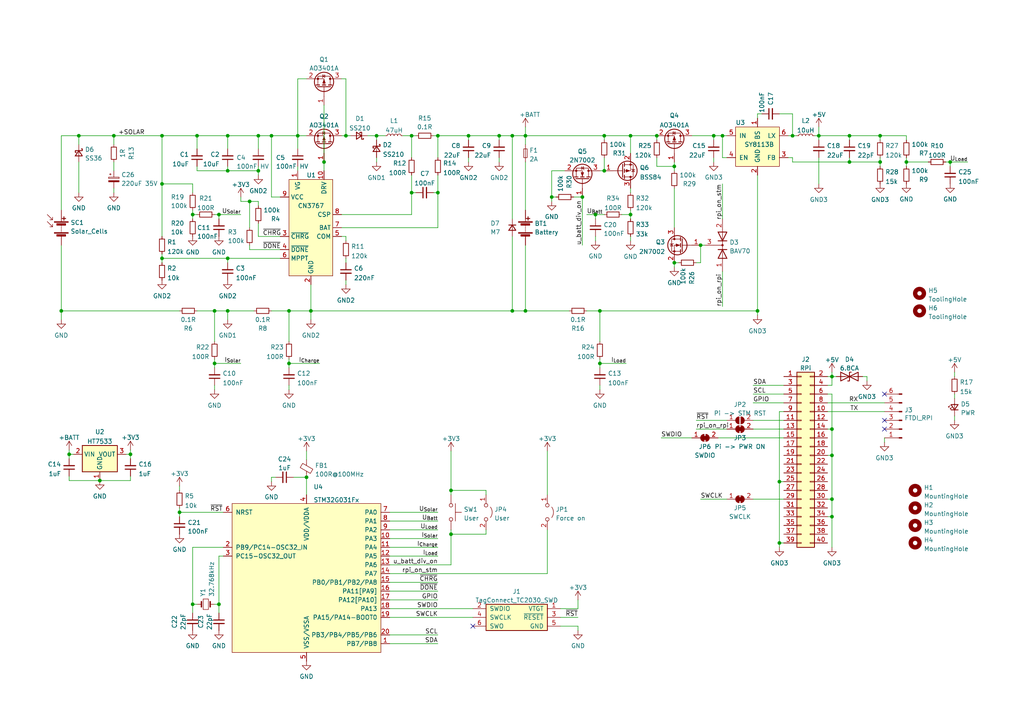
<source format=kicad_sch>
(kicad_sch (version 20211123) (generator eeschema)
  (paper "A4")
  (junction (at 175.26 39.37))
  (junction (at 172.72 62.23))
  (junction (at 182.88 62.23))
  (junction (at 46.99 74.93))
  (junction (at 168.91 57.15))
  (junction (at 90.17 90.17))
  (junction (at 173.99 105.41))
  (junction (at 255.27 46.99))
  (junction (at 152.4 39.37))
  (junction (at 52.07 148.59))
  (junction (at 246.38 46.99))
  (junction (at 37.8384 131.7627))
  (junction (at 83.82 90.17))
  (junction (at 226.06 139.7))
  (junction (at 72.39 58.42))
  (junction (at 152.4 90.17))
  (junction (at 66.04 39.37))
  (junction (at 262.89 46.99))
  (junction (at 93.98 46.99))
  (junction (at 241.3 124.46))
  (junction (at 135.89 39.37))
  (junction (at 148.59 39.37))
  (junction (at 119.38 39.37))
  (junction (at 66.04 90.17))
  (junction (at 237.49 39.37))
  (junction (at 83.82 105.41))
  (junction (at 20.0584 131.7627))
  (junction (at 55.88 62.23))
  (junction (at 63.5 175.26))
  (junction (at 127 39.37))
  (junction (at 241.3 144.78))
  (junction (at 195.58 48.26))
  (junction (at 22.86 39.37))
  (junction (at 88.9 138.43))
  (junction (at 209.55 39.37))
  (junction (at 144.78 39.37))
  (junction (at 46.99 39.37))
  (junction (at 62.23 105.41))
  (junction (at 190.5 39.37))
  (junction (at 226.06 157.48))
  (junction (at 100.33 39.37))
  (junction (at 148.59 90.17))
  (junction (at 46.99 53.34))
  (junction (at 207.01 39.37))
  (junction (at 62.23 90.17))
  (junction (at 127 55.88))
  (junction (at 195.58 76.2))
  (junction (at 119.38 55.88))
  (junction (at 66.04 49.53))
  (junction (at 74.93 39.37))
  (junction (at 241.3 109.22))
  (junction (at 175.26 49.53))
  (junction (at 78.74 39.37))
  (junction (at 33.02 39.37))
  (junction (at 74.93 49.53))
  (junction (at 246.38 39.37))
  (junction (at 203.2 71.12))
  (junction (at 28.9484 139.3827))
  (junction (at 255.27 39.37))
  (junction (at 130.81 154.94))
  (junction (at 173.99 90.17))
  (junction (at 109.22 39.37))
  (junction (at 160.02 57.15))
  (junction (at 229.87 39.37))
  (junction (at 241.3 132.08))
  (junction (at 66.04 74.93))
  (junction (at 86.36 39.37))
  (junction (at 55.88 175.26))
  (junction (at 219.71 90.17))
  (junction (at 17.78 90.17))
  (junction (at 182.88 39.37))
  (junction (at 63.5 62.23))
  (junction (at 130.81 142.24))
  (junction (at 275.59 46.99))
  (junction (at 241.3 149.86))
  (junction (at 57.15 39.37))
  (no_connect (at 256.54 121.92))
  (no_connect (at 256.54 124.46))
  (no_connect (at 256.54 114.3))
  (no_connect (at 137.16 181.61))
  (wire (pts (xy 55.88 62.23) (xy 57.15 62.23)))
  (wire (pts (xy 182.88 62.23) (xy 182.88 63.5)))
  (wire (pts (xy 116.84 39.37) (xy 119.38 39.37)))
  (wire (pts (xy 55.88 60.96) (xy 55.88 62.23)))
  (wire (pts (xy 78.74 139.7) (xy 78.74 138.43)))
  (wire (pts (xy 109.22 39.37) (xy 111.76 39.37)))
  (wire (pts (xy 46.99 73.66) (xy 46.99 74.93)))
  (wire (pts (xy 28.9484 139.3827) (xy 37.8384 139.3827)))
  (wire (pts (xy 66.04 49.53) (xy 57.15 49.53)))
  (wire (pts (xy 160.02 49.53) (xy 160.02 57.15)))
  (wire (pts (xy 74.93 68.58) (xy 81.28 68.58)))
  (wire (pts (xy 113.03 148.59) (xy 127 148.59)))
  (wire (pts (xy 175.26 39.37) (xy 175.26 40.64)))
  (wire (pts (xy 119.38 39.37) (xy 119.38 45.72)))
  (wire (pts (xy 218.44 144.78) (xy 227.33 144.78)))
  (wire (pts (xy 46.99 53.34) (xy 55.88 53.34)))
  (wire (pts (xy 119.38 39.37) (xy 120.65 39.37)))
  (wire (pts (xy 209.55 88.9) (xy 209.55 78.74)))
  (wire (pts (xy 207.01 39.37) (xy 207.01 40.64)))
  (wire (pts (xy 226.06 139.7) (xy 227.33 139.7)))
  (wire (pts (xy 182.88 39.37) (xy 190.5 39.37)))
  (wire (pts (xy 182.88 54.61) (xy 182.88 55.88)))
  (wire (pts (xy 240.03 116.84) (xy 256.54 116.84)))
  (wire (pts (xy 88.9 22.86) (xy 86.36 22.86)))
  (wire (pts (xy 55.88 53.34) (xy 55.88 55.88)))
  (wire (pts (xy 209.55 39.37) (xy 210.82 39.37)))
  (wire (pts (xy 182.88 44.45) (xy 182.88 39.37)))
  (wire (pts (xy 37.8384 133.0327) (xy 37.8384 131.7627)))
  (wire (pts (xy 255.27 46.99) (xy 246.38 46.99)))
  (wire (pts (xy 226.06 157.48) (xy 227.33 157.48)))
  (wire (pts (xy 251.46 110.49) (xy 251.46 109.22)))
  (wire (pts (xy 113.03 163.83) (xy 130.81 163.83)))
  (wire (pts (xy 52.07 148.59) (xy 64.77 148.59)))
  (wire (pts (xy 229.87 39.37) (xy 228.6 39.37)))
  (wire (pts (xy 127 50.8) (xy 127 55.88)))
  (wire (pts (xy 218.44 121.92) (xy 227.33 121.92)))
  (wire (pts (xy 78.74 39.37) (xy 78.74 57.15)))
  (wire (pts (xy 33.02 39.37) (xy 33.02 41.91)))
  (wire (pts (xy 219.71 33.02) (xy 219.71 34.29)))
  (wire (pts (xy 119.38 55.88) (xy 120.65 55.88)))
  (wire (pts (xy 237.49 39.37) (xy 237.49 40.64)))
  (wire (pts (xy 226.06 157.48) (xy 226.06 139.7)))
  (wire (pts (xy 166.37 57.15) (xy 168.91 57.15)))
  (wire (pts (xy 210.82 45.72) (xy 209.55 45.72)))
  (wire (pts (xy 86.36 39.37) (xy 88.9 39.37)))
  (wire (pts (xy 173.99 49.53) (xy 175.26 49.53)))
  (wire (pts (xy 255.27 39.37) (xy 262.89 39.37)))
  (wire (pts (xy 93.98 46.99) (xy 93.98 49.53)))
  (wire (pts (xy 170.18 62.23) (xy 172.72 62.23)))
  (wire (pts (xy 167.64 173.99) (xy 167.64 176.53)))
  (wire (pts (xy 63.5 62.23) (xy 69.85 62.23)))
  (wire (pts (xy 226.06 139.7) (xy 226.06 119.38)))
  (wire (pts (xy 168.91 57.15) (xy 168.91 71.12)))
  (wire (pts (xy 163.83 49.53) (xy 160.02 49.53)))
  (wire (pts (xy 69.85 57.15) (xy 69.85 58.42)))
  (wire (pts (xy 246.38 45.72) (xy 246.38 46.99)))
  (wire (pts (xy 152.4 71.12) (xy 152.4 90.17)))
  (wire (pts (xy 255.27 39.37) (xy 255.27 40.64)))
  (wire (pts (xy 66.04 39.37) (xy 74.93 39.37)))
  (wire (pts (xy 46.99 74.93) (xy 66.04 74.93)))
  (wire (pts (xy 144.78 39.37) (xy 148.59 39.37)))
  (wire (pts (xy 204.47 71.12) (xy 203.2 71.12)))
  (wire (pts (xy 219.71 50.8) (xy 219.71 90.17)))
  (wire (pts (xy 158.75 130.81) (xy 158.75 143.51)))
  (wire (pts (xy 57.15 49.53) (xy 57.15 48.26)))
  (wire (pts (xy 52.07 140.97) (xy 52.07 142.24)))
  (wire (pts (xy 113.03 186.69) (xy 127 186.69)))
  (wire (pts (xy 62.23 104.14) (xy 62.23 105.41)))
  (wire (pts (xy 241.3 111.76) (xy 240.03 111.76)))
  (wire (pts (xy 74.93 39.37) (xy 78.74 39.37)))
  (wire (pts (xy 33.02 39.37) (xy 46.99 39.37)))
  (wire (pts (xy 209.55 53.34) (xy 209.55 63.5)))
  (wire (pts (xy 170.18 90.17) (xy 173.99 90.17)))
  (wire (pts (xy 173.99 105.41) (xy 181.61 105.41)))
  (wire (pts (xy 218.44 111.76) (xy 227.33 111.76)))
  (wire (pts (xy 66.04 49.53) (xy 74.93 49.53)))
  (wire (pts (xy 22.86 46.99) (xy 22.86 55.88)))
  (wire (pts (xy 62.23 111.76) (xy 62.23 113.03)))
  (wire (pts (xy 148.59 90.17) (xy 152.4 90.17)))
  (wire (pts (xy 173.99 90.17) (xy 219.71 90.17)))
  (wire (pts (xy 86.36 48.26) (xy 86.36 49.53)))
  (wire (pts (xy 162.56 179.07) (xy 167.64 179.07)))
  (wire (pts (xy 113.03 161.29) (xy 127 161.29)))
  (wire (pts (xy 113.03 156.21) (xy 127 156.21)))
  (wire (pts (xy 100.33 74.93) (xy 100.33 76.2)))
  (wire (pts (xy 127 39.37) (xy 127 45.72)))
  (wire (pts (xy 100.33 81.28) (xy 100.33 82.55)))
  (wire (pts (xy 83.82 105.41) (xy 92.71 105.41)))
  (wire (pts (xy 62.23 105.41) (xy 62.23 106.68)))
  (wire (pts (xy 36.5684 131.7627) (xy 37.8384 131.7627)))
  (wire (pts (xy 229.87 39.37) (xy 231.14 39.37)))
  (wire (pts (xy 20.0584 130.4927) (xy 20.0584 131.7627)))
  (wire (pts (xy 209.55 45.72) (xy 209.55 39.37)))
  (wire (pts (xy 195.58 46.99) (xy 195.58 48.26)))
  (wire (pts (xy 88.9 138.43) (xy 88.9 143.51)))
  (wire (pts (xy 182.88 68.58) (xy 182.88 69.85)))
  (wire (pts (xy 275.59 48.26) (xy 275.59 46.99)))
  (wire (pts (xy 172.72 62.23) (xy 172.72 63.5)))
  (wire (pts (xy 275.59 46.99) (xy 274.32 46.99)))
  (wire (pts (xy 190.5 39.37) (xy 190.5 40.64)))
  (wire (pts (xy 57.15 43.18) (xy 57.15 39.37)))
  (wire (pts (xy 135.89 45.72) (xy 135.89 46.99)))
  (wire (pts (xy 160.02 57.15) (xy 161.29 57.15)))
  (wire (pts (xy 99.06 39.37) (xy 100.33 39.37)))
  (wire (pts (xy 74.93 48.26) (xy 74.93 49.53)))
  (wire (pts (xy 78.74 90.17) (xy 83.82 90.17)))
  (wire (pts (xy 130.81 154.94) (xy 130.81 163.83)))
  (wire (pts (xy 201.93 76.2) (xy 203.2 76.2)))
  (wire (pts (xy 240.03 109.22) (xy 241.3 109.22)))
  (wire (pts (xy 130.81 142.24) (xy 130.81 143.51)))
  (wire (pts (xy 62.23 90.17) (xy 66.04 90.17)))
  (wire (pts (xy 241.3 158.75) (xy 241.3 149.86)))
  (wire (pts (xy 62.23 62.23) (xy 63.5 62.23)))
  (wire (pts (xy 152.4 90.17) (xy 165.1 90.17)))
  (wire (pts (xy 64.77 158.75) (xy 55.88 158.75)))
  (wire (pts (xy 83.82 111.76) (xy 83.82 113.03)))
  (wire (pts (xy 62.23 105.41) (xy 69.85 105.41)))
  (wire (pts (xy 57.15 39.37) (xy 66.04 39.37)))
  (wire (pts (xy 246.38 39.37) (xy 246.38 40.64)))
  (wire (pts (xy 69.85 58.42) (xy 72.39 58.42)))
  (wire (pts (xy 152.4 39.37) (xy 175.26 39.37)))
  (wire (pts (xy 241.3 132.08) (xy 240.03 132.08)))
  (wire (pts (xy 229.87 45.72) (xy 228.6 45.72)))
  (wire (pts (xy 17.78 90.17) (xy 52.07 90.17)))
  (wire (pts (xy 90.17 90.17) (xy 83.82 90.17)))
  (wire (pts (xy 109.22 45.72) (xy 109.22 46.99)))
  (wire (pts (xy 152.4 36.83) (xy 152.4 39.37)))
  (wire (pts (xy 276.86 120.65) (xy 276.86 121.92)))
  (wire (pts (xy 218.44 114.3) (xy 227.33 114.3)))
  (wire (pts (xy 100.33 22.86) (xy 100.33 39.37)))
  (wire (pts (xy 66.04 74.93) (xy 81.28 74.93)))
  (wire (pts (xy 66.04 74.93) (xy 66.04 76.2)))
  (wire (pts (xy 20.0584 133.0327) (xy 20.0584 131.7627)))
  (wire (pts (xy 130.81 130.81) (xy 130.81 142.24)))
  (wire (pts (xy 167.64 182.88) (xy 167.64 181.61)))
  (wire (pts (xy 125.73 55.88) (xy 127 55.88)))
  (wire (pts (xy 144.78 39.37) (xy 144.78 40.64)))
  (wire (pts (xy 175.26 45.72) (xy 175.26 49.53)))
  (wire (pts (xy 241.3 132.08) (xy 241.3 124.46)))
  (wire (pts (xy 55.88 158.75) (xy 55.88 175.26)))
  (wire (pts (xy 127 39.37) (xy 125.73 39.37)))
  (wire (pts (xy 113.03 184.15) (xy 127 184.15)))
  (wire (pts (xy 46.99 53.34) (xy 46.99 68.58)))
  (wire (pts (xy 33.02 46.99) (xy 33.02 49.53)))
  (wire (pts (xy 241.3 144.78) (xy 241.3 132.08)))
  (wire (pts (xy 241.3 114.3) (xy 240.03 114.3)))
  (wire (pts (xy 229.87 46.99) (xy 229.87 45.72)))
  (wire (pts (xy 113.03 176.53) (xy 137.16 176.53)))
  (wire (pts (xy 113.03 158.75) (xy 127 158.75)))
  (wire (pts (xy 37.8384 139.3827) (xy 37.8384 138.1127)))
  (wire (pts (xy 152.4 39.37) (xy 152.4 41.91)))
  (wire (pts (xy 226.06 158.75) (xy 226.06 157.48)))
  (wire (pts (xy 62.23 90.17) (xy 62.23 99.06)))
  (wire (pts (xy 72.39 58.42) (xy 72.39 66.04)))
  (wire (pts (xy 200.66 39.37) (xy 207.01 39.37)))
  (wire (pts (xy 182.88 60.96) (xy 182.88 62.23)))
  (wire (pts (xy 99.06 22.86) (xy 100.33 22.86)))
  (wire (pts (xy 135.89 39.37) (xy 144.78 39.37)))
  (wire (pts (xy 72.39 71.12) (xy 72.39 72.39)))
  (wire (pts (xy 63.5 177.8) (xy 63.5 175.26)))
  (wire (pts (xy 100.33 69.85) (xy 100.33 68.58)))
  (wire (pts (xy 90.17 90.17) (xy 90.17 92.71)))
  (wire (pts (xy 226.06 119.38) (xy 227.33 119.38)))
  (wire (pts (xy 66.04 90.17) (xy 73.66 90.17)))
  (wire (pts (xy 262.89 46.99) (xy 269.24 46.99)))
  (wire (pts (xy 255.27 46.99) (xy 255.27 48.26)))
  (wire (pts (xy 99.06 66.04) (xy 127 66.04)))
  (wire (pts (xy 262.89 39.37) (xy 262.89 40.64)))
  (wire (pts (xy 256.54 127) (xy 256.54 128.27)))
  (wire (pts (xy 37.8384 130.4927) (xy 37.8384 131.7627)))
  (wire (pts (xy 52.07 148.59) (xy 52.07 149.86)))
  (wire (pts (xy 113.03 153.67) (xy 127 153.67)))
  (wire (pts (xy 72.39 72.39) (xy 81.28 72.39)))
  (wire (pts (xy 83.82 104.14) (xy 83.82 105.41)))
  (wire (pts (xy 195.58 48.26) (xy 195.58 49.53)))
  (wire (pts (xy 241.3 107.95) (xy 241.3 109.22)))
  (wire (pts (xy 191.77 127) (xy 200.66 127)))
  (wire (pts (xy 83.82 105.41) (xy 83.82 106.68)))
  (wire (pts (xy 240.03 119.38) (xy 256.54 119.38)))
  (wire (pts (xy 74.93 39.37) (xy 74.93 43.18)))
  (wire (pts (xy 127 39.37) (xy 135.89 39.37)))
  (wire (pts (xy 46.99 39.37) (xy 46.99 53.34)))
  (wire (pts (xy 160.02 57.15) (xy 160.02 58.42)))
  (wire (pts (xy 175.26 62.23) (xy 172.72 62.23)))
  (wire (pts (xy 144.78 45.72) (xy 144.78 46.99)))
  (wire (pts (xy 85.09 138.43) (xy 88.9 138.43)))
  (wire (pts (xy 113.03 166.37) (xy 158.75 166.37)))
  (wire (pts (xy 276.86 107.95) (xy 276.86 109.22)))
  (wire (pts (xy 90.17 82.55) (xy 90.17 90.17)))
  (wire (pts (xy 113.03 179.07) (xy 137.16 179.07)))
  (wire (pts (xy 241.3 144.78) (xy 240.03 144.78)))
  (wire (pts (xy 241.3 109.22) (xy 241.3 111.76)))
  (wire (pts (xy 148.59 39.37) (xy 148.59 63.5)))
  (wire (pts (xy 140.97 143.51) (xy 140.97 142.24)))
  (wire (pts (xy 63.5 62.23) (xy 63.5 63.5)))
  (wire (pts (xy 220.98 33.02) (xy 219.71 33.02)))
  (wire (pts (xy 241.3 149.86) (xy 241.3 144.78)))
  (wire (pts (xy 86.36 43.18) (xy 86.36 39.37)))
  (wire (pts (xy 33.02 54.61) (xy 33.02 55.88)))
  (wire (pts (xy 93.98 30.48) (xy 93.98 46.99)))
  (wire (pts (xy 57.15 175.26) (xy 55.88 175.26)))
  (wire (pts (xy 175.26 39.37) (xy 182.88 39.37)))
  (wire (pts (xy 74.93 64.77) (xy 74.93 68.58)))
  (wire (pts (xy 203.2 76.2) (xy 203.2 71.12)))
  (wire (pts (xy 78.74 138.43) (xy 80.01 138.43)))
  (wire (pts (xy 167.64 176.53) (xy 162.56 176.53)))
  (wire (pts (xy 83.82 90.17) (xy 83.82 99.06)))
  (wire (pts (xy 57.15 90.17) (xy 62.23 90.17)))
  (wire (pts (xy 262.89 46.99) (xy 262.89 48.26)))
  (wire (pts (xy 46.99 39.37) (xy 57.15 39.37)))
  (wire (pts (xy 195.58 48.26) (xy 190.5 48.26)))
  (wire (pts (xy 17.78 92.71) (xy 17.78 90.17)))
  (wire (pts (xy 140.97 142.24) (xy 130.81 142.24)))
  (wire (pts (xy 20.0584 138.1127) (xy 20.0584 139.3827)))
  (wire (pts (xy 66.04 48.26) (xy 66.04 49.53)))
  (wire (pts (xy 173.99 105.41) (xy 173.99 106.68)))
  (wire (pts (xy 148.59 68.58) (xy 148.59 90.17)))
  (wire (pts (xy 106.68 39.37) (xy 109.22 39.37)))
  (wire (pts (xy 140.97 154.94) (xy 130.81 154.94)))
  (wire (pts (xy 190.5 45.72) (xy 190.5 48.26)))
  (wire (pts (xy 152.4 46.99) (xy 152.4 60.96)))
  (wire (pts (xy 262.89 45.72) (xy 262.89 46.99)))
  (wire (pts (xy 173.99 104.14) (xy 173.99 105.41)))
  (wire (pts (xy 100.33 68.58) (xy 99.06 68.58)))
  (wire (pts (xy 119.38 55.88) (xy 119.38 62.23)))
  (wire (pts (xy 207.01 39.37) (xy 209.55 39.37)))
  (wire (pts (xy 113.03 151.13) (xy 127 151.13)))
  (wire (pts (xy 241.3 124.46) (xy 241.3 114.3)))
  (wire (pts (xy 113.03 168.91) (xy 127 168.91)))
  (wire (pts (xy 241.3 109.22) (xy 242.57 109.22)))
  (wire (pts (xy 81.28 57.15) (xy 78.74 57.15)))
  (wire (pts (xy 78.74 39.37) (xy 86.36 39.37)))
  (wire (pts (xy 135.89 39.37) (xy 135.89 40.64)))
  (wire (pts (xy 237.49 39.37) (xy 246.38 39.37)))
  (wire (pts (xy 201.93 124.46) (xy 210.82 124.46)))
  (wire (pts (xy 207.01 45.72) (xy 207.01 46.99)))
  (wire (pts (xy 66.04 39.37) (xy 66.04 43.18)))
  (wire (pts (xy 158.75 153.67) (xy 158.75 166.37)))
  (wire (pts (xy 218.44 124.46) (xy 227.33 124.46)))
  (wire (pts (xy 140.97 153.67) (xy 140.97 154.94)))
  (wire (pts (xy 196.85 76.2) (xy 195.58 76.2)))
  (wire (pts (xy 63.5 161.29) (xy 63.5 175.26)))
  (wire (pts (xy 74.93 49.53) (xy 74.93 50.8)))
  (wire (pts (xy 46.99 74.93) (xy 46.99 76.2)))
  (wire (pts (xy 22.86 39.37) (xy 33.02 39.37)))
  (wire (pts (xy 173.99 111.76) (xy 173.99 113.03)))
  (wire (pts (xy 167.64 181.61) (xy 162.56 181.61)))
  (wire (pts (xy 63.5 161.29) (xy 64.77 161.29)))
  (wire (pts (xy 229.87 33.02) (xy 229.87 39.37)))
  (wire (pts (xy 148.59 39.37) (xy 152.4 39.37)))
  (wire (pts (xy 55.88 177.8) (xy 55.88 175.26)))
  (wire (pts (xy 201.93 121.92) (xy 210.82 121.92)))
  (wire (pts (xy 172.72 68.58) (xy 172.72 69.85)))
  (wire (pts (xy 180.34 62.23) (xy 182.88 62.23)))
  (wire (pts (xy 251.46 109.22) (xy 250.19 109.22)))
  (wire (pts (xy 236.22 39.37) (xy 237.49 39.37)))
  (wire (pts (xy 17.78 39.37) (xy 22.86 39.37)))
  (wire (pts (xy 208.28 127) (xy 227.33 127)))
  (wire (pts (xy 86.36 22.86) (xy 86.36 39.37)))
  (wire (pts (xy 276.86 114.3) (xy 276.86 115.57)))
  (wire (pts (xy 113.03 173.99) (xy 127 173.99)))
  (wire (pts (xy 241.3 149.86) (xy 240.03 149.86)))
  (wire (pts (xy 109.22 39.37) (xy 109.22 40.64)))
  (wire (pts (xy 241.3 124.46) (xy 240.03 124.46)))
  (wire (pts (xy 173.99 90.17) (xy 173.99 99.06)))
  (wire (pts (xy 255.27 45.72) (xy 255.27 46.99)))
  (wire (pts (xy 88.9 130.81) (xy 88.9 133.35)))
  (wire (pts (xy 74.93 59.69) (xy 74.93 58.42)))
  (wire (pts (xy 203.2 144.78) (xy 210.82 144.78)))
  (wire (pts (xy 246.38 39.37) (xy 255.27 39.37)))
  (wire (pts (xy 275.59 46.99) (xy 280.67 46.99)))
  (wire (pts (xy 17.78 39.37) (xy 17.78 60.96)))
  (wire (pts (xy 195.58 76.2) (xy 195.58 77.47)))
  (wire (pts (xy 55.88 62.23) (xy 55.88 63.5)))
  (wire (pts (xy 246.38 46.99) (xy 229.87 46.99)))
  (wire (pts (xy 90.17 90.17) (xy 148.59 90.17)))
  (wire (pts (xy 237.49 36.83) (xy 237.49 39.37)))
  (wire (pts (xy 113.03 171.45) (xy 127 171.45)))
  (wire (pts (xy 52.07 147.32) (xy 52.07 148.59)))
  (wire (pts (xy 22.86 39.37) (xy 22.86 41.91)))
  (wire (pts (xy 237.49 45.72) (xy 237.49 53.34)))
  (wire (pts (xy 20.0584 139.3827) (xy 28.9484 139.3827)))
  (wire (pts (xy 119.38 50.8) (xy 119.38 55.88)))
  (wire (pts (xy 66.04 92.71) (xy 66.04 90.17)))
  (wire (pts (xy 226.06 33.02) (xy 229.87 33.02)))
  (wire (pts (xy 219.71 90.17) (xy 219.71 91.44)))
  (wire (pts (xy 130.81 153.67) (xy 130.81 154.94)))
  (wire (pts (xy 218.44 116.84) (xy 227.33 116.84)))
  (wire (pts (xy 20.0584 131.7627) (xy 21.3284 131.7627)))
  (wire (pts (xy 72.39 58.42) (xy 74.93 58.42)))
  (wire (pts (xy 127 55.88) (xy 127 66.04)))
  (wire (pts (xy 100.33 39.37) (xy 101.6 39.37)))
  (wire (pts (xy 17.78 71.12) (xy 17.78 90.17)))
  (wire (pts (xy 62.23 175.26) (xy 63.5 175.26)))
  (wire (pts (xy 195.58 54.61) (xy 195.58 66.04)))
  (wire (pts (xy 99.06 62.23) (xy 119.38 62.23)))
  (label "rpi_on_stm" (at 209.55 53.34 270))
  (label "U_{Batt}" (at 127 151.13 180))
  (label "rpi_on_rpi" (at 201.93 124.46 0))
  (label "u_batt_div_on" (at 168.91 71.12 90))
  (label "I_{Solar}" (at 69.85 105.41 180))
  (label "GPIO" (at 218.44 116.84 0))
  (label "~{RST}" (at 167.64 179.07 180))
  (label "u_batt_div_on" (at 127 163.83 180))
  (label "U_{Load}" (at 127 153.67 180))
  (label "GPIO" (at 127 173.99 180))
  (label "SDA" (at 218.44 111.76 0))
  (label "~{RST}" (at 60.96 148.59 0))
  (label "U_{Batt}" (at 170.18 62.23 0))
  (label "SWCLK" (at 203.2 144.78 0))
  (label "I_{Charge}" (at 127 158.75 180))
  (label "U_{Load}" (at 280.67 46.99 180))
  (label "~{CHRG}" (at 76.2 68.58 0))
  (label "SWDIO" (at 191.77 127 0))
  (label "U_{Solar}" (at 127 148.59 180))
  (label "SCL" (at 127 184.15 180))
  (label "SCL" (at 218.44 114.3 0))
  (label "TX" (at 248.92 119.38 180))
  (label "~{DONE}" (at 127 171.45 180))
  (label "RX" (at 248.92 116.84 180))
  (label "SWCLK" (at 127 179.07 180))
  (label "SDA" (at 127 186.69 180))
  (label "rpi_on_rpi" (at 209.55 88.9 90))
  (label "I_{Load}" (at 127 161.29 180))
  (label "U_{Solar}" (at 69.85 62.23 180))
  (label "I_{Solar}" (at 127 156.21 180))
  (label "~{CHRG}" (at 127 168.91 180))
  (label "rpi_on_stm" (at 127 166.37 180))
  (label "I_{Load}" (at 181.61 105.41 180))
  (label "~{RST}" (at 201.93 121.92 0))
  (label "~{DONE}" (at 76.2 72.39 0))
  (label "I_{Charge}" (at 92.71 105.41 180))
  (label "SWDIO" (at 127 176.53 180))
  (label "+SOLAR" (at 34.29 39.37 0))
  (symbol (lib_id "power:GND") (at 55.88 68.58 0) (unit 1)
    (property "Reference" "#PWR0112" (effects hide))
    (property "Value" "GND" (at 55.88 73.1425 0))
  )
  (symbol (lib_id "MCU_ST_STM32G0:STM32G031Fx") (at 88.9 167.64 0) (unit 1)
    (property "Reference" "U4" (at 90.9194 141.2072 0) (effects (justify left)))
    (property "Value" "STM32G031Fx" (at 90.9194 145.0141 0) (effects (justify left)))
    (property "Footprint" "Package_SO:TSSOP-20_4.4x6.5mm_P0.65mm" (effects hide))
    (property "Datasheet" "https://datasheet.lcsc.com/szlcsc/2005192134_STMicroelectronics-STM32G030C8T6_C529329.pdf" (effects hide))
    (property "LCSC" "C724040" (effects hide))
  )
  (symbol (lib_id "Transistor_FET:AO3401A") (at 93.98 41.91 270) (mirror x) (unit 1)
    (property "Reference" "Q2" (at 93.98 33.7652 90))
    (property "Value" "AO3401A" (at 93.98 36.3021 90))
    (property "Footprint" "Package_TO_SOT_SMD:SOT-23" (effects hide))
    (property "Datasheet" "http://www.aosmd.com/pdfs/datasheet/AO3401A.pdf" (effects hide))
    (property "LCSC" "C15127" (effects hide))
  )
  (symbol (lib_id "Transistor_FET:2N7002") (at 168.91 52.07 270) (mirror x) (unit 1)
    (property "Reference" "Q5" (at 168.91 43.9252 90))
    (property "Value" "2N7002" (at 168.91 46.4621 90))
    (property "Footprint" "Package_TO_SOT_SMD:SOT-23" (effects hide))
    (property "Datasheet" "https://www.onsemi.com/pub/Collateral/NDS7002A-D.PDF" (effects hide))
    (property "LCSC" "C8545" (effects hide))
  )
  (symbol (lib_id "Device:R_Small") (at 52.07 144.78 0) (unit 1)
    (property "Reference" "R5" (at 53.5686 143.8715 0) (effects (justify left)))
    (property "Value" "10k" (at 53.5686 146.6466 0) (effects (justify left)))
    (property "Footprint" "Resistor_SMD:R_0402_1005Metric" (effects hide))
    (property "LCSC" "C25744" (effects hide))
  )
  (symbol (lib_id "Device:R_Small") (at 74.93 62.23 180) (unit 1)
    (property "Reference" "R4" (at 81.28 63.5 0) (effects (justify left)))
    (property "Value" "100k" (at 81.28 60.96 0) (effects (justify left)))
    (property "Footprint" "Resistor_SMD:R_0402_1005Metric" (effects hide))
    (property "LCSC" "C25741" (effects hide))
  )
  (symbol (lib_id "power:+BATT") (at 152.4 36.83 0) (unit 1)
    (property "Reference" "#PWR0124" (effects hide))
    (property "Value" "+BATT" (at 153.67 33.2542 0))
  )
  (symbol (lib_id "power:+5V") (at 237.49 36.83 0) (unit 1)
    (property "Reference" "#PWR0128" (effects hide))
    (property "Value" "+5V" (at 237.49 33.2542 0))
  )
  (symbol (lib_id "Device:R_Small") (at 119.38 48.26 0) (mirror x) (unit 1)
    (property "Reference" "R12" (at 117.8815 47.3515 0) (effects (justify right)))
    (property "Value" "100R" (at 117.8815 50.1266 0) (effects (justify right)))
    (property "Footprint" "Resistor_SMD:R_0402_1005Metric" (effects hide))
    (property "LCSC" "C25076" (effects hide))
  )
  (symbol (lib_id "power:GND") (at 83.82 113.03 0) (unit 1)
    (property "Reference" "#PWR0115" (effects hide))
    (property "Value" "GND" (at 83.82 117.5925 0))
  )
  (symbol (lib_id "power:+3V3") (at 130.81 130.81 0) (unit 1)
    (property "Reference" "#PWR0148" (effects hide))
    (property "Value" "+3V3" (at 130.81 127.2342 0))
  )
  (symbol (lib_id "power:GND") (at 173.99 113.03 0) (unit 1)
    (property "Reference" "#PWR0111" (effects hide))
    (property "Value" "GND" (at 173.99 117.5925 0))
  )
  (symbol (lib_id "power:GND2") (at 74.93 50.8 0) (mirror y) (unit 1)
    (property "Reference" "#PWR0108" (effects hide))
    (property "Value" "GND2" (at 74.93 55.3625 0))
  )
  (symbol (lib_id "Device:C_Small") (at 82.55 138.43 270) (unit 1)
    (property "Reference" "C24" (at 82.5436 133.1681 90))
    (property "Value" "1uF" (at 82.5436 135.705 90))
    (property "Footprint" "Capacitor_SMD:C_0402_1005Metric" (effects hide))
    (property "LCSC" "C52923" (effects hide))
  )
  (symbol (lib_id "Device:C_Small") (at 144.78 43.18 0) (mirror x) (unit 1)
    (property "Reference" "C9" (at 142.456 42.2651 0) (effects (justify right)))
    (property "Value" "22uF" (at 142.456 45.0402 0) (effects (justify right)))
    (property "Footprint" "Capacitor_SMD:C_0805_2012Metric" (effects hide))
    (property "LCSC" "C45783" (effects hide))
  )
  (symbol (lib_id "power:GND3") (at 251.46 110.49 0) (unit 1)
    (property "Reference" "#PWR0141" (effects hide))
    (property "Value" "GND3" (at 251.46 115.0525 0))
  )
  (symbol (lib_id "Device:C_Small") (at 52.07 152.4 0) (unit 1)
    (property "Reference" "C21" (at 54.3941 151.5716 0) (effects (justify left)))
    (property "Value" "100nF" (at 54.3941 154.1085 0) (effects (justify left)))
    (property "Footprint" "Capacitor_SMD:C_0402_1005Metric" (effects hide))
    (property "LCSC" "C1525" (effects hide))
  )
  (symbol (lib_id "Device:C_Small") (at 275.59 50.8 180) (unit 1)
    (property "Reference" "C25" (at 277.9141 49.8851 0) (effects (justify right)))
    (property "Value" "100nF" (at 277.9141 52.6602 0) (effects (justify right)))
    (property "Footprint" "Capacitor_SMD:C_0402_1005Metric" (effects hide))
    (property "LCSC" "C1525" (effects hide))
  )
  (symbol (lib_id "Device:L_Small") (at 233.68 39.37 90) (unit 1)
    (property "Reference" "L2" (at 233.68 35.0225 90))
    (property "Value" "10uH" (at 233.68 37.7976 90))
    (property "Footprint" "Inductor_SMD:L_Taiyo-Yuden_MD-4040" (effects hide))
    (property "Datasheet" "https://datasheet.lcsc.com/lcsc/2006231716_YJYCOIN-YNR4030-100M_C340393.pdf" (effects hide))
    (property "LCSC" "C340393" (effects hide))
  )
  (symbol (lib_id "Jumper:SolderJumper_2_Bridged") (at 204.47 127 0) (unit 1)
    (property "Reference" "JP6" (at 204.47 129.5431 0))
    (property "Value" "SWDIO" (at 204.47 132.08 0))
    (property "Footprint" "Jumper:SolderJumper-2_P1.3mm_Bridged_Pad1.0x1.5mm" (effects hide))
  )
  (symbol (lib_id "power:+3V3") (at 52.07 140.97 0) (unit 1)
    (property "Reference" "#PWR0130" (effects hide))
    (property "Value" "+3V3" (at 52.07 137.3942 0))
  )
  (symbol (lib_id "Transistor_FET:2N7002") (at 198.12 71.12 0) (mirror y) (unit 1)
    (property "Reference" "Q3" (at 192.913 70.2115 0) (effects (justify left)))
    (property "Value" "2N7002" (at 192.913 72.9866 0) (effects (justify left)))
    (property "Footprint" "Package_TO_SOT_SMD:SOT-23" (effects hide))
    (property "Datasheet" "https://www.onsemi.com/pub/Collateral/NDS7002A-D.PDF" (effects hide))
    (property "LCSC" "C8545" (effects hide))
  )
  (symbol (lib_id "power:GND2") (at 144.78 46.99 0) (unit 1)
    (property "Reference" "#PWR0109" (effects hide))
    (property "Value" "GND2" (at 144.78 51.5525 0))
  )
  (symbol (lib_id "power:GND") (at 160.02 58.42 0) (unit 1)
    (property "Reference" "#PWR0145" (effects hide))
    (property "Value" "GND" (at 160.02 62.8634 0))
  )
  (symbol (lib_id "Transistor_FET:AO3401A") (at 93.98 25.4 270) (mirror x) (unit 1)
    (property "Reference" "Q1" (at 93.98 17.2552 90))
    (property "Value" "AO3401A" (at 93.98 19.7921 90))
    (property "Footprint" "Package_TO_SOT_SMD:SOT-23" (effects hide))
    (property "Datasheet" "http://www.aosmd.com/pdfs/datasheet/AO3401A.pdf" (effects hide))
    (property "LCSC" "C15127" (effects hide))
  )
  (symbol (lib_id "Device:C_Small") (at 135.89 43.18 0) (mirror x) (unit 1)
    (property "Reference" "C8" (at 133.566 42.2651 0) (effects (justify right)))
    (property "Value" "22uF" (at 133.566 45.0402 0) (effects (justify right)))
    (property "Footprint" "Capacitor_SMD:C_0805_2012Metric" (effects hide))
    (property "LCSC" "C45783" (effects hide))
  )
  (symbol (lib_id "power:GND3") (at 237.49 53.34 0) (unit 1)
    (property "Reference" "#PWR0121" (effects hide))
    (property "Value" "GND3" (at 237.49 57.9025 0))
  )
  (symbol (lib_id "Device:C_Small") (at 66.04 78.74 180) (unit 1)
    (property "Reference" "C3" (at 68.3641 77.8251 0) (effects (justify right)))
    (property "Value" "100nF" (at 68.3641 80.6002 0) (effects (justify right)))
    (property "Footprint" "Capacitor_SMD:C_0402_1005Metric" (effects hide))
    (property "LCSC" "C1525" (effects hide))
  )
  (symbol (lib_id "Device:C_Small") (at 63.5 180.34 0) (unit 1)
    (property "Reference" "C23" (at 58.2381 180.3464 90))
    (property "Value" "22pF" (at 60.775 180.3464 90))
    (property "Footprint" "Capacitor_SMD:C_0402_1005Metric" (effects hide))
    (property "LCSC" "C1555" (effects hide))
  )
  (symbol (lib_id "Device:C_Small") (at 74.93 45.72 0) (unit 1)
    (property "Reference" "C4" (at 68.58 45.72 0) (effects (justify left)))
    (property "Value" "100nF HV" (at 68.58 48.26 0) (effects (justify left)))
    (property "Footprint" "Capacitor_SMD:C_0603_1608Metric" (effects hide))
    (property "LCSC" "C14663" (effects hide))
  )
  (symbol (lib_id "Mechanical:MountingHole") (at 266.7 90.17 0) (unit 1) (in_bom no)
    (property "Reference" "H6" (at 269.24 89.3353 0) (effects (justify left)))
    (property "Value" "ToolingHole" (at 269.24 91.8722 0) (effects (justify left)))
    (property "Footprint" "ToolingHole:ToolingHole_JLCSMT" (effects hide))
  )
  (symbol (lib_id "Device:C_Small") (at 37.8384 135.5727 180) (unit 1)
    (property "Reference" "C16" (at 40.1625 134.6578 0) (effects (justify right)))
    (property "Value" "1uF" (at 40.1625 137.4329 0) (effects (justify right)))
    (property "Footprint" "Capacitor_SMD:C_0402_1005Metric" (effects hide))
    (property "LCSC" "C52923" (effects hide))
  )
  (symbol (lib_id "Device:R_Small") (at 76.2 90.17 270) (unit 1)
    (property "Reference" "R8" (at 76.2 95.25 90))
    (property "Value" "0.1R" (at 76.2 92.71 90))
    (property "Footprint" "Resistor_SMD:R_1206_3216Metric" (effects hide))
    (property "LCSC" "C25334" (effects hide))
  )
  (symbol (lib_id "Device:R_Small") (at 255.27 43.18 0) (unit 1)
    (property "Reference" "R27" (at 256.7686 42.2715 0) (effects (justify left)))
    (property "Value" "120k" (at 256.7686 45.0466 0) (effects (justify left)))
    (property "Footprint" "Resistor_SMD:R_0402_1005Metric" (effects hide))
    (property "LCSC" "C25750" (effects hide))
  )
  (symbol (lib_id "Device:R_Small") (at 46.99 78.74 0) (unit 1)
    (property "Reference" "R2" (at 48.4886 77.8315 0) (effects (justify left)))
    (property "Value" "10k" (at 48.4886 80.6066 0) (effects (justify left)))
    (property "Footprint" "Resistor_SMD:R_0402_1005Metric" (effects hide))
    (property "LCSC" "C25744" (effects hide))
  )
  (symbol (lib_id "Device:R_Small") (at 62.23 101.6 0) (mirror x) (unit 1)
    (property "Reference" "R22" (at 60.7315 100.6915 0) (effects (justify right)))
    (property "Value" "100R" (at 60.7315 103.4666 0) (effects (justify right)))
    (property "Footprint" "Resistor_SMD:R_0402_1005Metric" (effects hide))
    (property "LCSC" "C25076" (effects hide))
  )
  (symbol (lib_id "power:GND2") (at 135.89 46.99 0) (unit 1)
    (property "Reference" "#PWR0110" (effects hide))
    (property "Value" "GND2" (at 135.89 51.5525 0))
  )
  (symbol (lib_id "Device:D_Schottky_Small") (at 109.22 43.18 270) (unit 1)
    (property "Reference" "D2" (at 110.998 42.0175 90) (effects (justify left)))
    (property "Value" "SS210" (at 110.998 44.7926 90) (effects (justify left)))
    (property "Footprint" "Diode_SMD:D_SMA" (effects hide))
    (property "LCSC" "C14996" (effects hide))
  )
  (symbol (lib_id "Device:Crystal_Small") (at 59.69 175.26 180) (unit 1)
    (property "Reference" "Y1" (at 58.8553 173.101 90) (effects (justify right)))
    (property "Value" "32.768kHz" (at 61.3922 173.101 90) (effects (justify right)))
    (property "Footprint" "Crystal:Crystal_SMD_3215-2Pin_3.2x1.5mm" (effects hide))
    (property "LCSC" "C32346" (effects hide))
  )
  (symbol (lib_id "Mechanical:MountingHole") (at 265.43 147.32 0) (unit 1) (in_bom no)
    (property "Reference" "H2" (at 267.97 146.4853 0) (effects (justify left)))
    (property "Value" "MountingHole" (at 267.97 149.0222 0) (effects (justify left)))
    (property "Footprint" "MountingHole:MountingHole_2.7mm_M2.5" (effects hide))
  )
  (symbol (lib_id "power:GND3") (at 276.86 121.92 0) (unit 1)
    (property "Reference" "#PWR0143" (effects hide))
    (property "Value" "GND3" (at 276.86 126.4825 0))
  )
  (symbol (lib_id "power:GND") (at 62.23 113.03 0) (unit 1)
    (property "Reference" "#PWR0114" (effects hide))
    (property "Value" "GND" (at 62.23 117.5925 0))
  )
  (symbol (lib_id "Device:L_Small") (at 114.3 39.37 90) (unit 1)
    (property "Reference" "L1" (at 114.3 35.0225 90))
    (property "Value" "47uH" (at 114.3 37.7976 90))
    (property "Footprint" "Inductor_SMD:L_Bourns_SRP7028A_7.3x6.6mm" (effects hide))
    (property "Datasheet" "https://datasheet.lcsc.com/szlcsc/1809291526_SXN-Shun-Xiang-Nuo-Elec-SMMS0650-470M_C149588.pdf" (effects hide))
    (property "LCSC" "C149588" (effects hide))
  )
  (symbol (lib_id "Device:R_Small") (at 127 48.26 0) (unit 1)
    (property "Reference" "R14" (at 128.4986 47.3515 0) (effects (justify left)))
    (property "Value" "100R" (at 128.4986 50.1266 0) (effects (justify left)))
    (property "Footprint" "Resistor_SMD:R_0402_1005Metric" (effects hide))
    (property "LCSC" "C25076" (effects hide))
  )
  (symbol (lib_id "Device:C_Small") (at 207.01 43.18 0) (mirror x) (unit 1)
    (property "Reference" "C15" (at 204.686 42.2651 0) (effects (justify right)))
    (property "Value" "22uF" (at 204.686 45.0402 0) (effects (justify right)))
    (property "Footprint" "Capacitor_SMD:C_0805_2012Metric" (effects hide))
    (property "LCSC" "C45783" (effects hide))
  )
  (symbol (lib_id "Device:C_Small") (at 172.72 66.04 0) (mirror y) (unit 1)
    (property "Reference" "C20" (at 175.0441 65.2116 0) (effects (justify right)))
    (property "Value" "100nF" (at 175.0441 67.7485 0) (effects (justify right)))
    (property "Footprint" "Capacitor_SMD:C_0402_1005Metric" (effects hide))
    (property "LCSC" "C1525" (effects hide))
  )
  (symbol (lib_id "Device:C_Small") (at 62.23 109.22 180) (unit 1)
    (property "Reference" "C10" (at 64.5541 108.3051 0) (effects (justify right)))
    (property "Value" "100nF" (at 64.5541 111.0802 0) (effects (justify right)))
    (property "Footprint" "Capacitor_SMD:C_0402_1005Metric" (effects hide))
    (property "LCSC" "C1525" (effects hide))
  )
  (symbol (lib_id "power:+BATT") (at 20.0584 130.4927 0) (unit 1)
    (property "Reference" "#PWR0146" (effects hide))
    (property "Value" "+BATT" (at 20.0584 126.9169 0))
  )
  (symbol (lib_id "Device:R_Small") (at 100.33 72.39 0) (unit 1)
    (property "Reference" "R11" (at 101.8286 71.4815 0) (effects (justify left)))
    (property "Value" "120k" (at 101.8286 74.2566 0) (effects (justify left)))
    (property "Footprint" "Resistor_SMD:R_0402_1005Metric" (effects hide))
    (property "LCSC" "C25750" (effects hide))
  )
  (symbol (lib_id "power:GND") (at 182.88 69.85 0) (unit 1)
    (property "Reference" "#PWR0125" (effects hide))
    (property "Value" "GND" (at 182.88 74.4125 0))
  )
  (symbol (lib_id "Device:R_Small") (at 72.39 68.58 0) (unit 1)
    (property "Reference" "R3" (at 66.04 67.31 0) (effects (justify left)))
    (property "Value" "100k" (at 66.04 69.85 0) (effects (justify left)))
    (property "Footprint" "Resistor_SMD:R_0402_1005Metric" (effects hide))
    (property "LCSC" "C25741" (effects hide))
  )
  (symbol (lib_id "Device:C_Small") (at 246.38 43.18 0) (unit 1)
    (property "Reference" "C19" (at 248.7041 42.2778 0) (effects (justify left)))
    (property "Value" "22pF" (at 248.7041 45.0529 0) (effects (justify left)))
    (property "Footprint" "Capacitor_SMD:C_0402_1005Metric" (effects hide))
    (property "LCSC" "C1555" (effects hide))
  )
  (symbol (lib_id "power:GND") (at 63.5 68.58 0) (unit 1)
    (property "Reference" "#PWR0113" (effects hide))
    (property "Value" "GND" (at 63.5 73.1425 0))
  )
  (symbol (lib_id "power:GND3") (at 207.01 46.99 0) (unit 1)
    (property "Reference" "#PWR0120" (effects hide))
    (property "Value" "GND3" (at 207.01 51.4334 0))
  )
  (symbol (lib_id "power:GND") (at 17.78 92.71 0) (unit 1)
    (property "Reference" "#PWR0104" (effects hide))
    (property "Value" "GND" (at 17.78 97.2725 0))
  )
  (symbol (lib_id "Device:C_Small") (at 66.04 45.72 0) (mirror x) (unit 1)
    (property "Reference" "C2" (at 63.716 44.8051 0) (effects (justify right)))
    (property "Value" "10uF" (at 63.716 47.5802 0) (effects (justify right)))
    (property "Footprint" "Capacitor_SMD:C_1206_3216Metric" (effects hide))
    (property "LCSC" "C13585" (effects hide))
  )
  (symbol (lib_id "Regulator_Linear:HT75xx-1-SOT89") (at 28.9484 134.3027 0) (unit 1)
    (property "Reference" "U2" (at 28.9484 125.2562 0))
    (property "Value" "HT7533" (at 28.9484 128.0313 0))
    (property "Footprint" "Package_TO_SOT_SMD:SOT-89-3" (effects hide))
    (property "Datasheet" "https://www.holtek.com/documents/10179/116711/HT75xx-1v250.pdf" (effects hide))
    (property "LCSC" "C14289" (effects hide))
  )
  (symbol (lib_id "Device:R_Small") (at 276.86 111.76 0) (unit 1)
    (property "Reference" "R17" (at 278.3586 110.8515 0) (effects (justify left)))
    (property "Value" "15k" (at 278.3586 113.6266 0) (effects (justify left)))
    (property "Footprint" "Resistor_SMD:R_0402_1005Metric" (effects hide))
    (property "LCSC" "C25756" (effects hide))
  )
  (symbol (lib_id "Device:C_Small") (at 237.49 43.18 0) (mirror y) (unit 1)
    (property "Reference" "C18" (at 239.8141 42.2778 0) (effects (justify right)))
    (property "Value" "22uF" (at 239.8141 45.0529 0) (effects (justify right)))
    (property "Footprint" "Capacitor_SMD:C_0805_2012Metric" (effects hide))
    (property "LCSC" "C45783" (effects hide))
  )
  (symbol (lib_id "Jumper:SolderJumper_2_Bridged") (at 214.63 124.46 0) (unit 1)
    (property "Reference" "JP3" (at 214.63 127.0031 0))
    (property "Value" "Pi -> PWR ON" (at 214.63 129.54 0))
    (property "Footprint" "Jumper:SolderJumper-2_P1.3mm_Bridged_Pad1.0x1.5mm" (effects hide))
  )
  (symbol (lib_id "Connector_Generic:Conn_02x20_Odd_Even") (at 232.41 132.08 0) (unit 1)
    (property "Reference" "J2" (at 233.68 104.2502 0))
    (property "Value" "RPi" (at 233.68 106.7871 0))
    (property "Footprint" "Connector_PinSocket_2.54mm:PinSocket_2x20_P2.54mm_Vertical" (effects hide))
  )
  (symbol (lib_id "Connector_TagConnect:TagConnect_TC2030_SWD") (at 149.86 179.07 0) (mirror y) (unit 1) (in_bom no)
    (property "Reference" "J1" (at 149.86 171.5602 0))
    (property "Value" "TagConnect_TC2030_SWD" (at 149.86 174.0971 0))
    (property "Footprint" "Connector:Tag-Connect_TC2030-IDC-NL_2x03_P1.27mm_Vertical" (effects hide))
  )
  (symbol (lib_id "Device:R_Small") (at 46.99 71.12 0) (unit 1)
    (property "Reference" "R1" (at 48.4886 70.2115 0) (effects (justify left)))
    (property "Value" "120k" (at 48.4886 72.9866 0) (effects (justify left)))
    (property "Footprint" "Resistor_SMD:R_0402_1005Metric" (effects hide))
    (property "LCSC" "C25750" (effects hide))
  )
  (symbol (lib_id "Device:R_Small") (at 182.88 58.42 0) (unit 1)
    (property "Reference" "R32" (at 184.3786 57.5115 0) (effects (justify left)))
    (property "Value" "120k" (at 184.3786 60.2866 0) (effects (justify left)))
    (property "Footprint" "Resistor_SMD:R_0402_1005Metric" (effects hide))
    (property "LCSC" "C25750" (effects hide))
  )
  (symbol (lib_id "power:GND3") (at 255.27 53.34 0) (unit 1)
    (property "Reference" "#PWR0122" (effects hide))
    (property "Value" "GND3" (at 255.27 57.9025 0))
  )
  (symbol (lib_id "power:GND") (at 28.9484 139.3827 0) (unit 1)
    (property "Reference" "#PWR0118" (effects hide))
    (property "Value" "GND" (at 28.9484 143.9452 0))
  )
  (symbol (lib_id "power:GND1") (at 66.04 92.71 0) (unit 1)
    (property "Reference" "#PWR0102" (effects hide))
    (property "Value" "GND1" (at 66.04 97.2725 0))
  )
  (symbol (lib_id "power:GND") (at 52.07 154.94 0) (unit 1)
    (property "Reference" "#PWR0131" (effects hide))
    (property "Value" "GND" (at 52.07 159.3834 0))
  )
  (symbol (lib_id "Device:R_Small") (at 182.88 66.04 0) (unit 1)
    (property "Reference" "R33" (at 184.3786 65.1315 0) (effects (justify left)))
    (property "Value" "33k" (at 184.3786 67.9066 0) (effects (justify left)))
    (property "Footprint" "Resistor_SMD:R_0402_1005Metric" (effects hide))
    (property "LCSC" "C25779" (effects hide))
  )
  (symbol (lib_id "Device:R_Small") (at 83.82 101.6 0) (mirror x) (unit 1)
    (property "Reference" "R23" (at 82.3215 100.6915 0) (effects (justify right)))
    (property "Value" "100R" (at 82.3215 103.4666 0) (effects (justify right)))
    (property "Footprint" "Resistor_SMD:R_0402_1005Metric" (effects hide))
    (property "LCSC" "C25076" (effects hide))
  )
  (symbol (lib_id "power:GND2") (at 46.99 81.28 0) (unit 1)
    (property "Reference" "#PWR0105" (effects hide))
    (property "Value" "GND2" (at 46.99 85.8425 0))
  )
  (symbol (lib_id "power:GND") (at 262.89 53.34 0) (unit 1)
    (property "Reference" "#PWR0136" (effects hide))
    (property "Value" "GND" (at 262.89 57.7834 0))
  )
  (symbol (lib_id "power:GND3") (at 219.71 91.44 0) (unit 1)
    (property "Reference" "#PWR0116" (effects hide))
    (property "Value" "GND3" (at 219.71 96.0025 0))
  )
  (symbol (lib_id "Device:Solar_Cells") (at 17.78 66.04 0) (unit 1)
    (property "Reference" "SC1" (at 20.447 64.5703 0) (effects (justify left)))
    (property "Value" "Solar_Cells" (at 20.447 67.1072 0) (effects (justify left)))
    (property "Footprint" "TerminalBlock_4Ucon:TerminalBlock_4Ucon_1x02_P3.50mm_Horizontal" (effects hide))
    (property "LCSC" "C474892" (effects hide))
  )
  (symbol (lib_id "Device:R_Small") (at 163.83 57.15 270) (unit 1)
    (property "Reference" "R30" (at 165.1 50.8 0) (effects (justify left)))
    (property "Value" "100k" (at 162.56 50.8 0) (effects (justify left)))
    (property "Footprint" "Resistor_SMD:R_0402_1005Metric" (effects hide))
    (property "LCSC" "C25741" (effects hide))
  )
  (symbol (lib_id "Device:R_Small") (at 123.19 39.37 90) (unit 1)
    (property "Reference" "R15" (at 123.19 34.29 90))
    (property "Value" "0.1R" (at 123.19 36.83 90))
    (property "Footprint" "Resistor_SMD:R_1206_3216Metric" (effects hide))
    (property "LCSC" "C25334" (effects hide))
  )
  (symbol (lib_id "Jumper:Jumper_2_Open") (at 140.97 148.59 270) (unit 1)
    (property "Reference" "JP4" (at 143.383 147.7553 90) (effects (justify left)))
    (property "Value" "User" (at 143.383 150.2922 90) (effects (justify left)))
    (property "Footprint" "Connector_PinHeader_2.54mm:PinHeader_1x02_P2.54mm_Horizontal" (effects hide))
    (property "LCSC" "C2935927" (effects hide))
  )
  (symbol (lib_id "Device:FerriteBead_Small") (at 88.9 135.89 0) (unit 1)
    (property "Reference" "FB1" (at 91.3638 135.0172 0) (effects (justify left)))
    (property "Value" "100R@100MHz" (at 91.3638 137.5541 0) (effects (justify left)))
    (property "Footprint" "Inductor_SMD:L_0805_2012Metric" (effects hide))
    (property "LCSC" "C1017" (effects hide))
  )
  (symbol (lib_id "Device:C_Small") (at 63.5 66.04 180) (unit 1)
    (property "Reference" "C11" (at 57.15 66.04 0) (effects (justify right)))
    (property "Value" "100nF" (at 57.15 68.58 0) (effects (justify right)))
    (property "Footprint" "Capacitor_SMD:C_0402_1005Metric" (effects hide))
    (property "LCSC" "C1525" (effects hide))
  )
  (symbol (lib_id "power:GND") (at 275.59 53.34 0) (unit 1)
    (property "Reference" "#PWR0137" (effects hide))
    (property "Value" "GND" (at 275.59 57.7834 0))
  )
  (symbol (lib_id "power:GND") (at 78.74 139.7 0) (unit 1)
    (property "Reference" "#PWR0134" (effects hide))
    (property "Value" "GND" (at 78.74 144.1434 0))
  )
  (symbol (lib_id "Device:R_Small") (at 173.99 101.6 0) (mirror x) (unit 1)
    (property "Reference" "R24" (at 172.4915 100.6915 0) (effects (justify right)))
    (property "Value" "100R" (at 172.4915 103.4666 0) (effects (justify right)))
    (property "Footprint" "Resistor_SMD:R_0402_1005Metric" (effects hide))
    (property "LCSC" "C25076" (effects hide))
  )
  (symbol (lib_id "power:GND3") (at 226.06 158.75 0) (unit 1)
    (property "Reference" "#PWR0139" (effects hide))
    (property "Value" "GND3" (at 226.06 163.3125 0))
  )
  (symbol (lib_id "Jumper:Jumper_2_Open") (at 158.75 148.59 270) (unit 1)
    (property "Reference" "JP1" (at 161.163 147.7553 90) (effects (justify left)))
    (property "Value" "Force on" (at 161.163 150.2922 90) (effects (justify left)))
    (property "Footprint" "Connector_PinHeader_2.54mm:PinHeader_1x02_P2.54mm_Horizontal" (effects hide))
    (property "LCSC" "C2935927" (effects hide))
  )
  (symbol (lib_id "power:GND") (at 167.64 182.88 0) (unit 1)
    (property "Reference" "#PWR0150" (effects hide))
    (property "Value" "GND" (at 167.64 187.3234 0))
  )
  (symbol (lib_id "Device:R_Small") (at 55.88 58.42 0) (unit 1)
    (property "Reference" "R19" (at 49.53 57.15 0) (effects (justify left)))
    (property "Value" "100k" (at 49.53 59.69 0) (effects (justify left)))
    (property "Footprint" "Resistor_SMD:R_0402_1005Metric" (effects hide))
    (property "LCSC" "C25741" (effects hide))
  )
  (symbol (lib_id "Device:C_Polarized_Small") (at 33.02 52.07 0) (unit 1)
    (property "Reference" "C26" (at 35.179 50.6892 0) (effects (justify left)))
    (property "Value" "220uF 35V" (at 35.179 53.2261 0) (effects (justify left)))
    (property "Footprint" "Capacitor_SMD:CP_Elec_10x10" (effects hide))
    (property "LCSC" "C134521" (effects hide))
  )
  (symbol (lib_id "Device:D_TVS") (at 246.38 109.22 0) (unit 1)
    (property "Reference" "D4" (at 246.38 104.2502 0))
    (property "Value" "6.8CA" (at 246.38 106.7871 0))
    (property "Footprint" "Diode_SMD:D_SMB" (effects hide))
    (property "LCSC" "C78395" (effects hide))
  )
  (symbol (lib_id "power:GND") (at 63.5 182.88 0) (unit 1)
    (property "Reference" "#PWR0133" (effects hide))
    (property "Value" "GND" (at 63.5 187.3234 0))
  )
  (symbol (lib_id "Device:R_Small") (at 195.58 52.07 180) (unit 1)
    (property "Reference" "R29" (at 201.93 53.34 0) (effects (justify left)))
    (property "Value" "100k" (at 201.93 50.8 0) (effects (justify left)))
    (property "Footprint" "Resistor_SMD:R_0402_1005Metric" (effects hide))
    (property "LCSC" "C25741" (effects hide))
  )
  (symbol (lib_id "Mechanical:MountingHole") (at 265.43 157.48 0) (unit 1) (in_bom no)
    (property "Reference" "H4" (at 267.97 156.6453 0) (effects (justify left)))
    (property "Value" "MountingHole" (at 267.97 159.1822 0) (effects (justify left)))
    (property "Footprint" "MountingHole:MountingHole_2.7mm_M2.5" (effects hide))
  )
  (symbol (lib_id "Device:C_Small") (at 57.15 45.72 0) (mirror x) (unit 1)
    (property "Reference" "C1" (at 54.826 44.8051 0) (effects (justify right)))
    (property "Value" "10uF" (at 54.826 47.5802 0) (effects (justify right)))
    (property "Footprint" "Capacitor_SMD:C_1206_3216Metric" (effects hide))
    (property "LCSC" "C13585" (effects hide))
  )
  (symbol (lib_id "power:GND3") (at 256.54 128.27 0) (unit 1)
    (property "Reference" "#PWR0140" (effects hide))
    (property "Value" "GND3" (at 256.54 132.8325 0))
  )
  (symbol (lib_id "power:+5V") (at 241.3 107.95 0) (unit 1)
    (property "Reference" "#PWR0126" (effects hide))
    (property "Value" "+5V" (at 241.3 104.3742 0))
  )
  (symbol (lib_id "Jumper:SolderJumper_2_Open") (at 214.63 121.92 0) (unit 1)
    (property "Reference" "JP2" (at 214.63 117.3312 0))
    (property "Value" "Pi -> STM RST" (at 214.63 119.8681 0))
    (property "Footprint" "Jumper:SolderJumper-2_P1.3mm_Open_Pad1.0x1.5mm" (effects hide))
  )
  (symbol (lib_id "Device:R_Small") (at 55.88 66.04 0) (unit 1)
    (property "Reference" "R20" (at 49.53 64.77 0) (effects (justify left)))
    (property "Value" "10k" (at 49.53 67.31 0) (effects (justify left)))
    (property "Footprint" "Resistor_SMD:R_0402_1005Metric" (effects hide))
    (property "LCSC" "C25744" (effects hide))
  )
  (symbol (lib_id "Device:R_Small") (at 175.26 43.18 180) (unit 1)
    (property "Reference" "R31" (at 181.61 44.45 0) (effects (justify left)))
    (property "Value" "100k" (at 181.61 41.91 0) (effects (justify left)))
    (property "Footprint" "Resistor_SMD:R_0402_1005Metric" (effects hide))
    (property "LCSC" "C25741" (effects hide))
  )
  (symbol (lib_id "Device:D_Schottky_Small") (at 104.14 39.37 180) (unit 1)
    (property "Reference" "D1" (at 104.394 34.3875 0))
    (property "Value" "SS210" (at 104.394 37.1626 0))
    (property "Footprint" "Diode_SMD:D_SMA" (effects hide))
    (property "LCSC" "C14996" (effects hide))
  )
  (symbol (lib_id "Device:R_Small") (at 59.69 62.23 90) (mirror x) (unit 1)
    (property "Reference" "R21" (at 59.69 57.5269 90))
    (property "Value" "100R" (at 59.69 60.302 90))
    (property "Footprint" "Resistor_SMD:R_0402_1005Metric" (effects hide))
    (property "LCSC" "C25076" (effects hide))
  )
  (symbol (lib_id "power:GND") (at 55.88 182.88 0) (unit 1)
    (property "Reference" "#PWR0132" (effects hide))
    (property "Value" "GND" (at 55.88 187.3234 0))
  )
  (symbol (lib_id "Diode:BAV70") (at 209.55 71.12 270) (mirror x) (unit 1)
    (property "Reference" "D3" (at 211.582 70.2853 90) (effects (justify left)))
    (property "Value" "BAV70" (at 211.582 72.8222 90) (effects (justify left)))
    (property "Footprint" "Package_TO_SOT_SMD:SOT-23" (effects hide))
    (property "Datasheet" "https://assets.nexperia.com/documents/data-sheet/BAV70_SER.pdf" (effects hide))
    (property "LCSC" "C68978" (effects hide))
  )
  (symbol (lib_id "Device:R_Small") (at 167.64 90.17 270) (unit 1)
    (property "Reference" "R16" (at 167.64 95.25 90))
    (property "Value" "0.1R" (at 167.64 92.71 90))
    (property "Footprint" "Resistor_SMD:R_1206_3216Metric" (effects hide))
    (property "LCSC" "C25334" (effects hide))
  )
  (symbol (lib_id "Device:C_Small") (at 86.36 45.72 0) (unit 1)
    (property "Reference" "C5" (at 80.01 45.72 0) (effects (justify left)))
    (property "Value" "100nF HV" (at 80.01 48.26 0) (effects (justify left)))
    (property "Footprint" "Capacitor_SMD:C_0603_1608Metric" (effects hide))
    (property "LCSC" "C14663" (effects hide))
  )
  (symbol (lib_id "Device:C_Small") (at 20.0584 135.5727 0) (mirror x) (unit 1)
    (property "Reference" "C14" (at 17.7344 134.6578 0) (effects (justify right)))
    (property "Value" "1uF" (at 17.7344 137.4329 0) (effects (justify right)))
    (property "Footprint" "Capacitor_SMD:C_0402_1005Metric" (effects hide))
    (property "LCSC" "C52923" (effects hide))
  )
  (symbol (lib_id "Mechanical:MountingHole") (at 265.43 152.4 0) (unit 1) (in_bom no)
    (property "Reference" "H3" (at 267.97 151.5653 0) (effects (justify left)))
    (property "Value" "MountingHole" (at 267.97 154.1022 0) (effects (justify left)))
    (property "Footprint" "MountingHole:MountingHole_2.7mm_M2.5" (effects hide))
  )
  (symbol (lib_id "Transistor_FET:BSS84") (at 180.34 49.53 0) (mirror x) (unit 1)
    (property "Reference" "Q6" (at 185.547 48.6215 0) (effects (justify left)))
    (property "Value" "BSS84" (at 185.547 51.3966 0) (effects (justify left)))
    (property "Footprint" "Package_TO_SOT_SMD:SOT-23" (effects hide))
    (property "Datasheet" "http://assets.nexperia.com/documents/data-sheet/BSS84.pdf" (effects hide))
    (property "LCSC" "C8492" (effects hide))
  )
  (symbol (lib_id "power:+3V3") (at 69.85 57.15 0) (unit 1)
    (property "Reference" "#PWR0127" (effects hide))
    (property "Value" "+3V3" (at 69.85 53.5455 0))
  )
  (symbol (lib_id "power:GND1") (at 109.22 46.99 0) (unit 1)
    (property "Reference" "#PWR0107" (effects hide))
    (property "Value" "GND1" (at 109.22 51.5525 0))
  )
  (symbol (lib_id "power:GND") (at 88.9 191.77 0) (unit 1)
    (property "Reference" "#PWR0135" (effects hide))
    (property "Value" "GND" (at 88.9 196.2134 0))
  )
  (symbol (lib_id "Device:Battery") (at 152.4 66.04 0) (unit 1)
    (property "Reference" "BT1" (at 155.067 64.8243 0) (effects (justify left)))
    (property "Value" "Battery" (at 155.067 67.3612 0) (effects (justify left)))
    (property "Footprint" "TerminalBlock_4Ucon:TerminalBlock_4Ucon_1x02_P3.50mm_Horizontal" (effects hide))
    (property "LCSC" "C474892" (effects hide))
  )
  (symbol (lib_id "power:GND2") (at 66.04 81.28 0) (unit 1)
    (property "Reference" "#PWR0106" (effects hide))
    (property "Value" "GND2" (at 66.04 85.8425 0))
  )
  (symbol (lib_id "Device:R_Small") (at 177.8 62.23 90) (mirror x) (unit 1)
    (property "Reference" "R34" (at 177.8 57.5269 90))
    (property "Value" "100R" (at 177.8 60.302 90))
    (property "Footprint" "Resistor_SMD:R_0402_1005Metric" (effects hide))
    (property "LCSC" "C25076" (effects hide))
  )
  (symbol (lib_id "Device:R_Small") (at 262.89 43.18 180) (unit 1)
    (property "Reference" "R7" (at 269.24 44.45 0) (effects (justify left)))
    (property "Value" "100k" (at 269.24 41.91 0) (effects (justify left)))
    (property "Footprint" "Resistor_SMD:R_0402_1005Metric" (effects hide))
    (property "LCSC" "C25741" (effects hide))
  )
  (symbol (lib_id "power:GND2") (at 100.33 82.55 0) (unit 1)
    (property "Reference" "#PWR0103" (effects hide))
    (property "Value" "GND2" (at 100.33 87.1125 0))
  )
  (symbol (lib_id "power:GND") (at 172.72 69.85 0) (unit 1)
    (property "Reference" "#PWR0123" (effects hide))
    (property "Value" "GND" (at 172.72 74.2934 0))
  )
  (symbol (lib_id "Regulator_Switching_Silergy:SY8113B") (at 219.71 36.83 0) (unit 1)
    (property "Reference" "U3" (at 213.36 35.56 0) (effects (justify left)))
    (property "Value" "SY8113B" (at 215.9 41.91 0) (effects (justify left)))
    (property "Footprint" "Package_TO_SOT_SMD:SOT-23-6" (effects hide))
    (property "Datasheet" "https://datasheet.lcsc.com/szlcsc/Silergy-Corp-SY8113BADC_C78989.pdf" (effects hide))
    (property "LCSC" "C78989" (effects hide))
  )
  (symbol (lib_id "Jumper:SolderJumper_2_Bridged") (at 214.63 144.78 0) (unit 1)
    (property "Reference" "JP5" (at 214.63 147.3231 0))
    (property "Value" "SWCLK" (at 214.63 149.86 0))
    (property "Footprint" "Jumper:SolderJumper-2_P1.3mm_Bridged_Pad1.0x1.5mm" (effects hide))
  )
  (symbol (lib_id "Device:C_Small") (at 83.82 109.22 180) (unit 1)
    (property "Reference" "C12" (at 86.1441 108.3051 0) (effects (justify right)))
    (property "Value" "100nF" (at 86.1441 111.0802 0) (effects (justify right)))
    (property "Footprint" "Capacitor_SMD:C_0402_1005Metric" (effects hide))
    (property "LCSC" "C1525" (effects hide))
  )
  (symbol (lib_id "Device:C_Small") (at 55.88 180.34 0) (unit 1)
    (property "Reference" "C22" (at 50.6181 180.3464 90))
    (property "Value" "22pF" (at 53.155 180.3464 90))
    (property "Footprint" "Capacitor_SMD:C_0402_1005Metric" (effects hide))
    (property "LCSC" "C1555" (effects hide))
  )
  (symbol (lib_id "Device:LED_Small") (at 276.86 118.11 90) (unit 1)
    (property "Reference" "D5" (at 278.638 117.2118 90) (effects (justify right)))
    (property "Value" "PWR" (at 278.638 119.7487 90) (effects (justify right)))
    (property "Footprint" "LED_SMD:LED_0603_1608Metric" (effects hide))
    (property "LCSC" "C72043" (effects hide))
  )
  (symbol (lib_id "Device:R_Small") (at 33.02 44.45 0) (unit 1)
    (property "Reference" "R13" (at 38.1 44.45 90))
    (property "Value" "1R" (at 35.56 44.45 90))
    (property "Footprint" "Resistor_SMD:R_1206_3216Metric" (effects hide))
    (property "LCSC" "C17928" (effects hide))
  )
  (symbol (lib_id "power:+3V3") (at 37.8384 130.4927 0) (unit 1)
    (property "Reference" "#PWR0117" (effects hide))
    (property "Value" "+3V3" (at 37.8384 126.8882 0))
  )
  (symbol (lib_id "Device:D_Small") (at 148.59 66.04 270) (unit 1)
    (property "Reference" "D7" (at 142.24 64.7731 90) (effects (justify left)))
    (property "Value" "M7" (at 142.24 67.31 90) (effects (justify left)))
    (property "Footprint" "Diode_SMD:D_SMA" (effects hide))
    (property "LCSC" "C95872" (effects hide))
  )
  (symbol (lib_id "power:+3V3") (at 158.75 130.81 0) (unit 1)
    (property "Reference" "#PWR0147" (effects hide))
    (property "Value" "+3V3" (at 158.75 127.2342 0))
  )
  (symbol (lib_id "Device:D_Schottky_Small") (at 22.86 44.45 270) (unit 1)
    (property "Reference" "D6" (at 24.638 43.3613 90) (effects (justify left)))
    (property "Value" "SS36" (at 24.638 45.8982 90) (effects (justify left)))
    (property "Footprint" "Diode_SMD:D_SMC" (effects hide))
    (property "LCSC" "C35722" (effects hide))
  )
  (symbol (lib_id "Battery_Management_Consonance:CN3767") (at 90.17 52.07 0) (unit 1)
    (property "Reference" "U1" (at 88.9 50.8 0) (effects (justify left)))
    (property "Value" "CN3767" (at 86.36 59.69 0) (effects (justify left)))
    (property "Footprint" "Package_SO:SSOP-10_3.9x4.9mm_P1.00mm" (effects hide))
    (property "Datasheet" "http://www.consonance-elec.com/pdf/datasheet/DSE-CN3767.pdf" (effects hide))
    (property "LCSC" "C81968" (effects hide))
  )
  (symbol (lib_id "Device:R_Small") (at 255.27 50.8 0) (unit 1)
    (property "Reference" "R28" (at 256.7686 49.8915 0) (effects (justify left)))
    (property "Value" "15k" (at 256.7686 52.6666 0) (effects (justify left)))
    (property "Footprint" "Resistor_SMD:R_0402_1005Metric" (effects hide))
    (property "LCSC" "C25756" (effects hide))
  )
  (symbol (lib_id "power:+5V") (at 276.86 107.95 0) (unit 1)
    (property "Reference" "#PWR0142" (effects hide))
    (property "Value" "+5V" (at 276.86 104.3742 0))
  )
  (symbol (lib_id "Device:C_Small") (at 223.52 33.02 90) (unit 1)
    (property "Reference" "C17" (at 223.52 26.67 0) (effects (justify right)))
    (property "Value" "100nF" (at 220.98 26.67 0) (effects (justify right)))
    (property "Footprint" "Capacitor_SMD:C_0402_1005Metric" (effects hide))
    (property "LCSC" "C1525" (effects hide))
  )
  (symbol (lib_id "power:GND") (at 195.58 77.47 0) (mirror y) (unit 1)
    (property "Reference" "#PWR0119" (effects hide))
    (property "Value" "GND" (at 195.58 82.0325 0))
  )
  (symbol (lib_id "Device:Fuse_Small") (at 152.4 44.45 90) (unit 1)
    (property "Reference" "F1" (at 153.543 43.6153 90) (effects (justify right)))
    (property "Value" "2A" (at 153.543 46.1522 90) (effects (justify right)))
    (property "Footprint" "Fuse:Fuse_1206_3216Metric" (effects hide))
    (property "LCSC" "C354895" (effects hide))
  )
  (symbol (lib_id "power:GND") (at 33.02 55.88 0) (unit 1)
    (property "Reference" "#PWR0144" (effects hide))
    (property "Value" "GND" (at 33.02 60.3234 0))
  )
  (symbol (lib_id "Mechanical:MountingHole") (at 265.43 142.24 0) (unit 1) (in_bom no)
    (property "Reference" "H1" (at 267.97 141.4053 0) (effects (justify left)))
    (property "Value" "MountingHole" (at 267.97 143.9422 0) (effects (justify left)))
    (property "Footprint" "MountingHole:MountingHole_2.7mm_M2.5" (effects hide))
  )
  (symbol (lib_id "power:GND2") (at 90.17 92.71 0) (unit 1)
    (property "Reference" "#PWR0101" (effects hide))
    (property "Value" "GND2" (at 90.17 97.2725 0))
  )
  (symbol (lib_id "Connector:Conn_01x06_Male") (at 261.62 121.92 180) (unit 1)
    (property "Reference" "J3" (at 262.3312 118.9228 0) (effects (justify right)))
    (property "Value" "FTDI_RPI" (at 262.3312 121.2342 0) (effects (justify right)))
    (property "Footprint" "Connector_PinHeader_2.54mm:PinHeader_1x06_P2.54mm_Vertical" (effects hide))
    (property "LCSC" "C2935912" (effects hide))
  )
  (symbol (lib_id "Device:C_Small") (at 123.19 55.88 90) (unit 1)
    (property "Reference" "C7" (at 123.1963 50.3514 90))
    (property "Value" "100nF" (at 123.1963 53.1265 90))
    (property "Footprint" "Capacitor_SMD:C_0402_1005Metric" (effects hide))
    (property "LCSC" "C1525" (effects hide))
  )
  (symbol (lib_id "Device:C_Small") (at 173.99 109.22 180) (unit 1)
    (property "Reference" "C13" (at 176.3141 108.3051 0) (effects (justify right)))
    (property "Value" "100nF" (at 176.3141 111.0802 0) (effects (justify right)))
    (property "Footprint" "Capacitor_SMD:C_0402_1005Metric" (effects hide))
    (property "LCSC" "C1525" (effects hide))
  )
  (symbol (lib_id "Transistor_FET:AO3401A") (at 195.58 41.91 270) (mirror x) (unit 1)
    (property "Reference" "Q4" (at 195.58 33.4985 90))
    (property "Value" "AO3401A" (at 195.58 36.2736 90))
    (property "Footprint" "Package_TO_SOT_SMD:SOT-23" (effects hide))
    (property "Datasheet" "http://www.aosmd.com/pdfs/datasheet/AO3401A.pdf" (effects hide))
    (property "LCSC" "C15127" (effects hide))
  )
  (symbol (lib_id "Switch:SW_Push") (at 130.81 148.59 270) (unit 1)
    (property "Reference" "SW1" (at 134.493 147.7553 90) (effects (justify left)))
    (property "Value" "User" (at 134.493 150.2922 90) (effects (justify left)))
    (property "Footprint" "Button_Switch_SMD:SW_Push_SPST_NO_Alps_SKRK" (effects hide))
    (property "LCSC" "C115357" (effects hide))
  )
  (symbol (lib_id "Device:R_Small") (at 199.39 76.2 270) (mirror x) (unit 1)
    (property "Reference" "R26" (at 200.66 82.55 0) (effects (justify left)))
    (property "Value" "100k" (at 198.12 82.55 0) (effects (justify left)))
    (property "Footprint" "Resistor_SMD:R_0402_1005Metric" (effects hide))
    (property "LCSC" "C25741" (effects hide))
  )
  (symbol (lib_id "power:+3V3") (at 167.64 173.99 0) (unit 1)
    (property "Reference" "#PWR0149" (effects hide))
    (property "Value" "+3V3" (at 167.64 170.4142 0))
  )
  (symbol (lib_id "Device:R_Small") (at 54.61 90.17 270) (unit 1)
    (property "Reference" "R6" (at 54.61 95.25 90))
    (property "Value" "0.1R" (at 54.61 92.71 90))
    (property "Footprint" "Resistor_SMD:R_1206_3216Metric" (effects hide))
    (property "LCSC" "C25334" (effects hide))
  )
  (symbol (lib_id "power:GND3") (at 241.3 158.75 0) (unit 1)
    (property "Reference" "#PWR0138" (effects hide))
    (property "Value" "GND3" (at 241.3 163.3125 0))
  )
  (symbol (lib_id "Device:C_Small") (at 100.33 78.74 0) (unit 1)
    (property "Reference" "C6" (at 102.6541 77.8378 0) (effects (justify left)))
    (property "Value" "220nF" (at 102.6541 80.6129 0) (effects (justify left)))
    (property "Footprint" "Capacitor_SMD:C_0402_1005Metric" (effects hide))
    (property "LCSC" "C16772" (effects hide))
  )
  (symbol (lib_id "power:+3V3") (at 88.9 130.81 0) (unit 1)
    (property "Reference" "#PWR0129" (effects hide))
    (property "Value" "+3V3" (at 88.9 127.2342 0))
  )
  (symbol (lib_id "power:GND") (at 22.86 55.88 0) (unit 1)
    (property "Reference" "#PWR0151" (effects hide))
    (property "Value" "GND" (at 22.86 60.3234 0))
  )
  (symbol (lib_id "Mechanical:MountingHole") (at 266.7 85.09 0) (unit 1) (in_bom no)
    (property "Reference" "H5" (at 269.24 84.2553 0) (effects (justify left)))
    (property "Value" "ToolingHole" (at 269.24 86.7922 0) (effects (justify left)))
    (property "Footprint" "ToolingHole:ToolingHole_JLCSMT" (effects hide))
  )
  (symbol (lib_id "Device:R_Small") (at 262.89 50.8 180) (unit 1)
    (property "Reference" "R9" (at 269.24 52.07 0) (effects (justify left)))
    (property "Value" "100k" (at 269.24 49.53 0) (effects (justify left)))
    (property "Footprint" "Resistor_SMD:R_0402_1005Metric" (effects hide))
    (property "LCSC" "C25741" (effects hide))
  )
  (symbol (lib_id "Device:R_Small") (at 271.78 46.99 90) (mirror x) (unit 1)
    (property "Reference" "R10" (at 271.78 42.2869 90))
    (property "Value" "100R" (at 271.78 45.062 90))
    (property "Footprint" "Resistor_SMD:R_0402_1005Metric" (effects hide))
    (property "LCSC" "C25076" (effects hide))
  )
  (symbol (lib_id "Device:R_Small") (at 190.5 43.18 0) (mirror x) (unit 1)
    (property "Reference" "R25" (at 189.0015 42.2715 0) (effects (justify right)))
    (property "Value" "120k" (at 189.0015 45.0466 0) (effects (justify right)))
    (property "Footprint" "Resistor_SMD:R_0402_1005Metric" (effects hide))
    (property "LCSC" "C25750" (effects hide))
  )
)
</source>
